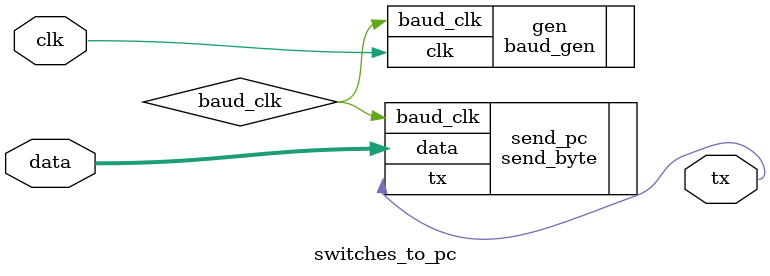
<source format=v>
`timescale 1ns / 1ps


module switches_to_pc(input [7:0] data,
                      input clk,
                      output tx
    );
    
    
    baud_gen #(.baud_rate(4_000_000)) gen (.clk(clk), .baud_clk(baud_clk));
    
    send_byte #(.data_bits(8)) send_pc (.data(data), .baud_clk(baud_clk), .tx(tx));  
    
endmodule

</source>
